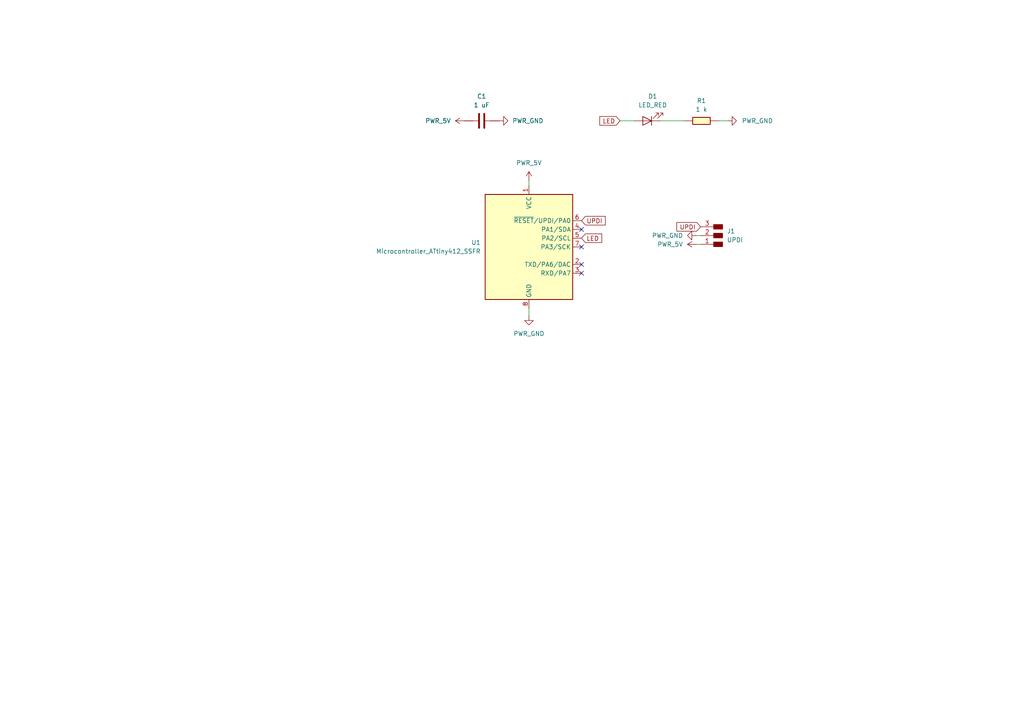
<source format=kicad_sch>
(kicad_sch (version 20211123) (generator eeschema)
  (paper "A4")
  (lib_symbols
    (symbol "fab.kicad_sym:C_1206" (pin_numbers hide)
      (property "Reference" "C" (at 0.635 2.54 0))
      (property "Value" "C_1206" (at 0.635 -2.54 0))
      (symbol "C_1206_0_1"
        (polyline (pts (xy -2.032 -0.762) (xy 2.032 -0.762)) (stroke (width 0.508)))
        (polyline (pts (xy -2.032 0.762) (xy 2.032 0.762)) (stroke (width 0.508)))
        (polyline (pts (xy 0 -0.635) (xy 0 -2.54)))
        (polyline (pts (xy 0 0.635) (xy 0 2.54)))
      )
      (symbol "C_1206_1_1"
        (pin passive line (at 0 5.08 270) (length 2.54) (name "~") (number "1"))
        (pin passive line (at 0 -5.08 90) (length 2.54) (name "~") (number "2"))
      )
    )
    (symbol "fab.kicad_sym:LED_1206" (pin_numbers hide) (pin_names (offset 1.016) hide)
      (property "Reference" "D" (at 0 2.54 0))
      (property "Value" "LED_1206" (at 0 -2.54 0))
      (symbol "LED_1206_0_1"
        (polyline (pts (xy -1.27 -1.27) (xy -1.27 1.27)) (stroke (width 0.2032)))
        (polyline (pts (xy -1.27 0) (xy 1.27 0)))
        (polyline (pts (xy 1.27 -1.27) (xy 1.27 1.27) (xy -1.27 0) (xy 1.27 -1.27)) (stroke (width 0.2032)))
        (polyline (pts (xy -3.048 -0.762) (xy -4.572 -2.286) (xy -3.81 -2.286) (xy -4.572 -2.286) (xy -4.572 -1.524)))
        (polyline (pts (xy -1.778 -0.762) (xy -3.302 -2.286) (xy -2.54 -2.286) (xy -3.302 -2.286) (xy -3.302 -1.524)))
      )
      (symbol "LED_1206_1_1"
        (pin passive line (at -3.81 0 0) (length 2.54) (name "K") (number "1"))
        (pin passive line (at 3.81 0 180) (length 2.54) (name "A") (number "2"))
      )
    )
    (symbol "fab.kicad_sym:PWR_5V" (power) (pin_names (offset 0))
      (property "Value" "PWR_5V" (at 0 3.556 0))
      (symbol "PWR_5V_0_1"
        (polyline (pts (xy -0.762 1.27) (xy 0 2.54)))
        (polyline (pts (xy 0 0) (xy 0 2.54)))
        (polyline (pts (xy 0 2.54) (xy 0.762 1.27)))
      )
      (symbol "PWR_5V_1_1"
        (pin power_in line (at 0 0 90) (length 0) hide (name "PWR_5V") (number "1"))
      )
    )
    (symbol "fab.kicad_sym:PWR_GND" (power) (pin_names (offset 0))
      (property "Value" "PWR_GND" (at 0 -3.81 0))
      (symbol "PWR_GND_0_1"
        (polyline (pts (xy 0 0) (xy 0 -1.27) (xy 1.27 -1.27) (xy 0 -2.54) (xy -1.27 -1.27) (xy 0 -1.27)))
      )
      (symbol "PWR_GND_1_1"
        (pin power_in line (at 0 0 270) (length 0) hide (name "PWR_GND") (number "1"))
      )
    )
    (symbol "fab.kicad_sym:R_1206" (pin_numbers hide) (pin_names (offset 0))
      (property "Reference" "R" (at 2.54 0 90))
      (property "Value" "R_1206" (at -2.54 0 90))
      (symbol "R_1206_0_1"
        (rectangle (start -1.016 -2.54) (end 1.016 2.54) (stroke (width 0.254)) (fill (type background)))
      )
      (symbol "R_1206_1_1"
        (pin passive line (at 0 5.08 270) (length 2.54) (name "~") (number "1"))
        (pin passive line (at 0 -5.08 90) (length 2.54) (name "~") (number "2"))
      )
    )
    (symbol "fab:Conn_PinHeader_1x03_P2.54mm_Horizontal_SMD" (pin_names hide)
      (property "Reference" "J" (at 0 5.08 0))
      (property "Value" "Conn_PinHeader_1x03_P2.54mm_Horizontal_SMD" (at 0 -5.08 0))
      (symbol "Conn_PinHeader_1x03_P2.54mm_Horizontal_SMD_1_1"
        (rectangle (start -1.27 -1.905) (end 1.27 -3.175) (stroke (width 0.254)) (fill (type outline)))
        (rectangle (start -1.27 0.635) (end 1.27 -0.635) (stroke (width 0.254)) (fill (type outline)))
        (rectangle (start -1.27 3.175) (end 1.27 1.905) (stroke (width 0.254)) (fill (type outline)))
        (pin passive line (at 5.08 2.54 180) (length 3.81) (name "Pin_1") (number "1"))
        (pin passive line (at 5.08 0 180) (length 3.81) (name "Pin_2") (number "2"))
        (pin passive line (at 5.08 -2.54 180) (length 3.81) (name "Pin_3") (number "3"))
      )
    )
    (symbol "fab:Microcontroller_ATtiny412_SSFR"
      (property "Reference" "U" (at -12.7 17.78 0))
      (property "Value" "Microcontroller_ATtiny412_SSFR" (at 2.54 17.78 0))
      (symbol "Microcontroller_ATtiny412_SSFR_0_1"
        (rectangle (start -12.7 -15.24) (end 12.7 15.24) (stroke (width 0.254)) (fill (type background)))
      )
      (symbol "Microcontroller_ATtiny412_SSFR_1_1"
        (pin power_in line (at 0 17.78 270) (length 2.54) (name "VCC") (number "1"))
        (pin bidirectional line (at 15.24 -5.08 180) (length 2.54) (name "TXD/PA6/DAC") (number "2"))
        (pin bidirectional line (at 15.24 -7.62 180) (length 2.54) (name "RXD/PA7") (number "3"))
        (pin bidirectional line (at 15.24 5.08 180) (length 2.54) (name "PA1/SDA") (number "4"))
        (pin bidirectional line (at 15.24 2.54 180) (length 2.54) (name "PA2/SCL") (number "5"))
        (pin bidirectional line (at 15.24 7.62 180) (length 2.54) (name "~{RESET}/UPDI/PA0") (number "6"))
        (pin bidirectional line (at 15.24 0 180) (length 2.54) (name "PA3/SCK") (number "7"))
        (pin power_in line (at 0 -17.78 90) (length 2.54) (name "GND") (number "8"))
      )
    )
    (symbol "fab:PWR_5V" (power) (pin_names (offset 0))
      (property "Value" "PWR_5V" (at 0 3.556 0))
      (symbol "PWR_5V_0_1"
        (polyline (pts (xy -0.762 1.27) (xy 0 2.54)))
        (polyline (pts (xy 0 0) (xy 0 2.54)))
        (polyline (pts (xy 0 2.54) (xy 0.762 1.27)))
      )
      (symbol "PWR_5V_1_1"
        (pin power_in line (at 0 0 90) (length 0) hide (name "PWR_5V") (number "1"))
      )
    )
    (symbol "fab:PWR_GND" (power) (pin_names (offset 0))
      (property "Value" "PWR_GND" (at 0 -3.81 0))
      (symbol "PWR_GND_0_1"
        (polyline (pts (xy 0 0) (xy 0 -1.27) (xy 1.27 -1.27) (xy 0 -2.54) (xy -1.27 -1.27) (xy 0 -1.27)))
      )
      (symbol "PWR_GND_1_1"
        (pin power_in line (at 0 0 270) (length 0) hide (name "PWR_GND") (number "1"))
      )
    )
  )
  (no_connect (at 168.656 79.248))
  (no_connect (at 168.656 76.708))
  (no_connect (at 168.656 71.628))
  (no_connect (at 168.656 66.548))
  (wire (pts (xy 153.416 89.408) (xy 153.416 91.694)))
  (wire (pts (xy 153.416 52.324) (xy 153.416 53.848)))
  (wire (pts (xy 201.93 68.326) (xy 203.2 68.326)))
  (wire (pts (xy 208.534 35.052) (xy 211.074 35.052)))
  (wire (pts (xy 179.832 35.052) (xy 183.896 35.052)))
  (wire (pts (xy 191.516 35.052) (xy 198.374 35.052)))
  (wire (pts (xy 201.93 70.866) (xy 203.2 70.866)))
  (global_label "UPDI" (shape input) (at 168.656 64.008 0) (property "Referencias entre hojas" "${INTERSHEET_REFS}" (effects hide)))
  (global_label "UPDI" (shape input) (at 203.2 65.786 180) (property "Referencias entre hojas" "${INTERSHEET_REFS}" (effects hide)))
  (global_label "LED" (shape input) (at 168.656 69.088 0) (property "Referencias entre hojas" "${INTERSHEET_REFS}" (effects hide)))
  (global_label "LED" (shape input) (at 179.832 35.052 180) (property "Referencias entre hojas" "${INTERSHEET_REFS}" (effects hide)))
  (symbol (lib_id "fab.kicad_sym:PWR_GND") (at 211.074 35.052 90) (unit 1)
    (property "Reference" "#PWR0109" (effects hide))
    (property "Value" "PWR_GND" (at 215.138 35.0519 90) (effects (justify right)))
  )
  (symbol (lib_id "fab:PWR_5V") (at 201.93 70.866 90) (unit 1)
    (property "Reference" "#PWR0106" (effects hide))
    (property "Value" "PWR_5V" (at 198.12 70.8659 90) (effects (justify left)))
  )
  (symbol (lib_id "fab.kicad_sym:R_1206") (at 203.454 35.052 90) (unit 1)
    (property "Reference" "R1" (at 203.454 29.21 90))
    (property "Value" "1 k" (at 203.454 31.75 90))
    (property "Footprint" "fab:R_1206" (effects hide))
  )
  (symbol (lib_id "fab:PWR_5V") (at 153.416 52.324 0) (unit 1)
    (property "Reference" "#PWR0102" (effects hide))
    (property "Value" "PWR_5V" (at 153.416 47.244 0))
  )
  (symbol (lib_id "fab:Microcontroller_ATtiny412_SSFR") (at 153.416 71.628 0) (unit 1)
    (property "Reference" "U1" (at 139.446 70.3579 0) (effects (justify right)))
    (property "Value" "Microcontroller_ATtiny412_SSFR" (at 139.446 72.8979 0) (effects (justify right)))
    (property "Footprint" "fab:SOIC-8_3.9x4.9mm_P1.27mm" (effects hide))
    (property "Datasheet" "http://ww1.microchip.com/downloads/en/DeviceDoc/40001911A.pdf" (effects hide))
  )
  (symbol (lib_id "fab:PWR_GND") (at 201.93 68.326 270) (unit 1)
    (property "Reference" "#PWR0105" (effects hide))
    (property "Value" "PWR_GND" (at 198.12 68.3259 90) (effects (justify right)))
  )
  (symbol (lib_id "fab.kicad_sym:LED_1206") (at 187.706 35.052 180) (unit 1)
    (property "Reference" "D1" (at 189.3062 27.94 0))
    (property "Value" "LED_RED" (at 189.3062 30.48 0))
    (property "Footprint" "fab:LED_1206" (effects hide))
    (property "Datasheet" "https://optoelectronics.liteon.com/upload/download/DS-22-98-0002/LTST-C150CKT.pdf" (effects hide))
  )
  (symbol (lib_id "fab:PWR_GND") (at 153.416 91.694 0) (unit 1)
    (property "Reference" "#PWR0101" (effects hide))
    (property "Value" "PWR_GND" (at 153.416 96.774 0))
  )
  (symbol (lib_id "fab:Conn_PinHeader_1x03_P2.54mm_Horizontal_SMD") (at 208.28 68.326 180) (unit 1)
    (property "Reference" "J1" (at 210.82 67.0559 0) (effects (justify right)))
    (property "Value" "UPDI" (at 210.82 69.5959 0) (effects (justify right)))
    (property "Footprint" "fab:PinHeader_1x03_P2.54mm_Horizontal_SMD" (effects hide))
  )
  (symbol (lib_id "fab.kicad_sym:PWR_5V") (at 134.62 35.052 90) (unit 1)
    (property "Reference" "#PWR0103" (effects hide))
    (property "Value" "PWR_5V" (at 130.81 35.0519 90) (effects (justify left)))
  )
  (symbol (lib_id "fab.kicad_sym:PWR_GND") (at 144.78 35.052 90) (unit 1)
    (property "Reference" "#PWR0104" (effects hide))
    (property "Value" "PWR_GND" (at 148.59 35.0519 90) (effects (justify right)))
  )
  (symbol (lib_id "fab.kicad_sym:C_1206") (at 139.7 35.052 90) (unit 1)
    (property "Reference" "C1" (at 139.7 27.94 90))
    (property "Value" "1 uF" (at 139.7 30.48 90))
    (property "Footprint" "fab:C_1206" (effects hide))
    (property "Datasheet" "https://www.yageo.com/upload/media/product/productsearch/datasheet/mlcc/UPY-GP_NP0_16V-to-50V_18.pdf" (effects hide))
  )
)
</source>
